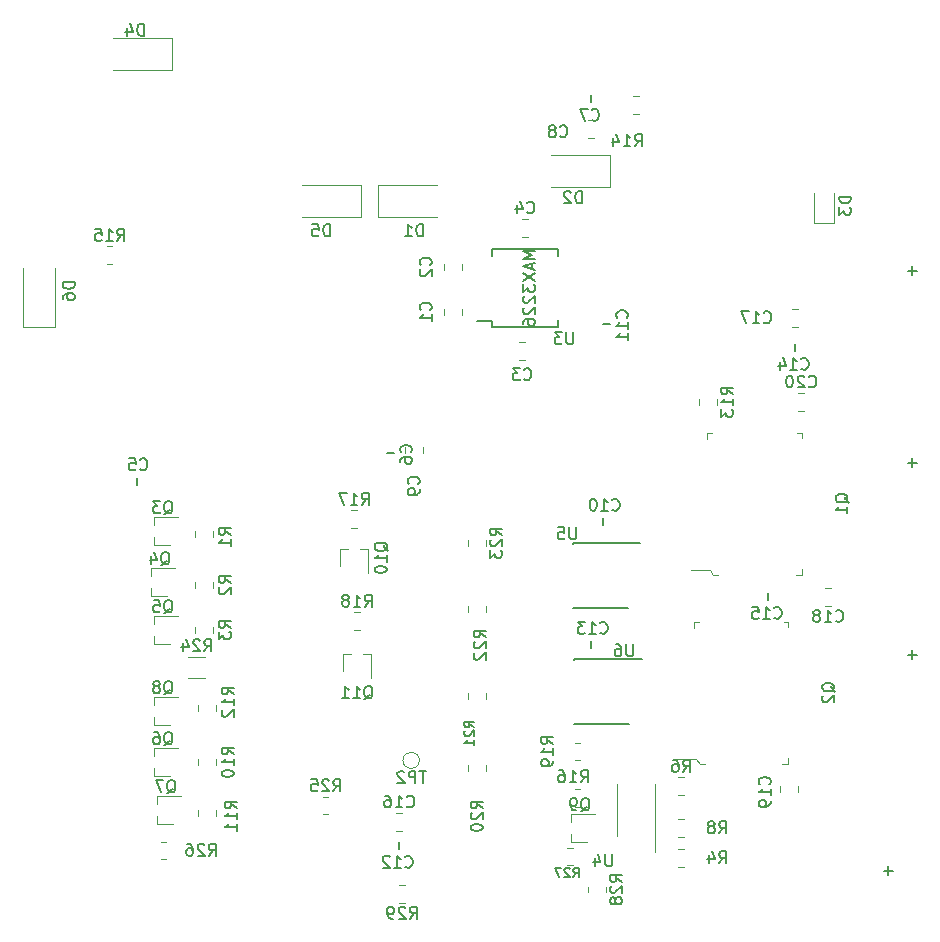
<source format=gbr>
%TF.GenerationSoftware,KiCad,Pcbnew,(5.1.8)-1*%
%TF.CreationDate,2022-01-24T15:12:58-08:00*%
%TF.ProjectId,BLE-33_baseboard,424c452d-3333-45f6-9261-7365626f6172,rev?*%
%TF.SameCoordinates,Original*%
%TF.FileFunction,Legend,Bot*%
%TF.FilePolarity,Positive*%
%FSLAX46Y46*%
G04 Gerber Fmt 4.6, Leading zero omitted, Abs format (unit mm)*
G04 Created by KiCad (PCBNEW (5.1.8)-1) date 2022-01-24 15:12:58*
%MOMM*%
%LPD*%
G01*
G04 APERTURE LIST*
%ADD10C,0.150000*%
%ADD11C,0.200000*%
%ADD12C,0.120000*%
%ADD13C,0.100000*%
G04 APERTURE END LIST*
D10*
X175386952Y-71699428D02*
X174625047Y-71699428D01*
X175006000Y-72080380D02*
X175006000Y-71318476D01*
X175386952Y-87955428D02*
X174625047Y-87955428D01*
X175006000Y-88336380D02*
X175006000Y-87574476D01*
X174625047Y-104211428D02*
X175386952Y-104211428D01*
X175006000Y-104592380D02*
X175006000Y-103830476D01*
X172593047Y-122499428D02*
X173354952Y-122499428D01*
X172974000Y-122880380D02*
X172974000Y-122118476D01*
D11*
%TO.C,C15*%
X162814000Y-99614000D02*
X162814000Y-99014000D01*
%TO.C,C14*%
X165100000Y-78532000D02*
X165100000Y-77932000D01*
%TO.C,C13*%
X147828000Y-103078000D02*
X147828000Y-103678000D01*
%TO.C,C12*%
X131572000Y-120696000D02*
X131572000Y-120096000D01*
%TO.C,C11*%
X149398000Y-76200000D02*
X148798000Y-76200000D01*
%TO.C,C10*%
X148844000Y-92664000D02*
X148844000Y-93264000D01*
%TO.C,C7*%
X147828000Y-57450000D02*
X147828000Y-56850000D01*
%TO.C,C6*%
X131110000Y-87122000D02*
X130510000Y-87122000D01*
%TO.C,C5*%
X109347000Y-89235000D02*
X109347000Y-89835000D01*
D12*
%TO.C,D3*%
X168363000Y-67667000D02*
X166663000Y-67667000D01*
X166663000Y-67667000D02*
X166663000Y-65117000D01*
X168363000Y-67667000D02*
X168363000Y-65117000D01*
%TO.C,R24*%
X115154064Y-106193000D02*
X113699936Y-106193000D01*
X115154064Y-104373000D02*
X113699936Y-104373000D01*
%TO.C,R26*%
X111405936Y-121512000D02*
X111860064Y-121512000D01*
X111405936Y-120042000D02*
X111860064Y-120042000D01*
%TO.C,R22*%
X138911000Y-100557064D02*
X138911000Y-100102936D01*
X137441000Y-100557064D02*
X137441000Y-100102936D01*
%TO.C,R29*%
X131598936Y-125195000D02*
X132053064Y-125195000D01*
X131598936Y-123725000D02*
X132053064Y-123725000D01*
%TO.C,R28*%
X149071000Y-124306064D02*
X149071000Y-123851936D01*
X147601000Y-124306064D02*
X147601000Y-123851936D01*
%TO.C,R27*%
X146277064Y-120550000D02*
X145822936Y-120550000D01*
X146277064Y-122020000D02*
X145822936Y-122020000D01*
%TO.C,R25*%
X125576064Y-116232000D02*
X125121936Y-116232000D01*
X125576064Y-117702000D02*
X125121936Y-117702000D01*
%TO.C,R23*%
X138911000Y-94969064D02*
X138911000Y-94514936D01*
X137441000Y-94969064D02*
X137441000Y-94514936D01*
%TO.C,R21*%
X138911000Y-107923064D02*
X138911000Y-107468936D01*
X137441000Y-107923064D02*
X137441000Y-107468936D01*
%TO.C,R20*%
X138911000Y-114019064D02*
X138911000Y-113564936D01*
X137441000Y-114019064D02*
X137441000Y-113564936D01*
%TO.C,R19*%
X146457936Y-111660000D02*
X146912064Y-111660000D01*
X146457936Y-113130000D02*
X146912064Y-113130000D01*
%TO.C,TP2*%
X133288000Y-113157000D02*
G75*
G03*
X133288000Y-113157000I-700000J0D01*
G01*
%TO.C,Q3*%
X110776000Y-94226000D02*
X110776000Y-94886000D01*
X110776000Y-92566000D02*
X110776000Y-93226000D01*
X110776000Y-92566000D02*
X112806000Y-92566000D01*
X112186000Y-94886000D02*
X110776000Y-94886000D01*
%TO.C,Q11*%
X127516000Y-104172000D02*
X126856000Y-104172000D01*
X129176000Y-104172000D02*
X128516000Y-104172000D01*
X129176000Y-104172000D02*
X129176000Y-106202000D01*
X126856000Y-105582000D02*
X126856000Y-104172000D01*
%TO.C,Q10*%
X127262000Y-95282000D02*
X126602000Y-95282000D01*
X128922000Y-95282000D02*
X128262000Y-95282000D01*
X128922000Y-95282000D02*
X128922000Y-97312000D01*
X126602000Y-96692000D02*
X126602000Y-95282000D01*
%TO.C,Q9*%
X146082000Y-119372000D02*
X146082000Y-120032000D01*
X146082000Y-117712000D02*
X146082000Y-118372000D01*
X146082000Y-117712000D02*
X148112000Y-117712000D01*
X147492000Y-120032000D02*
X146082000Y-120032000D01*
%TO.C,Q8*%
X110776000Y-109466000D02*
X110776000Y-110126000D01*
X110776000Y-107806000D02*
X110776000Y-108466000D01*
X110776000Y-107806000D02*
X112806000Y-107806000D01*
X112186000Y-110126000D02*
X110776000Y-110126000D01*
%TO.C,Q7*%
X111030000Y-117848000D02*
X111030000Y-118508000D01*
X111030000Y-116188000D02*
X111030000Y-116848000D01*
X111030000Y-116188000D02*
X113060000Y-116188000D01*
X112440000Y-118508000D02*
X111030000Y-118508000D01*
%TO.C,Q6*%
X110776000Y-113784000D02*
X110776000Y-114444000D01*
X110776000Y-112124000D02*
X110776000Y-112784000D01*
X110776000Y-112124000D02*
X112806000Y-112124000D01*
X112186000Y-114444000D02*
X110776000Y-114444000D01*
%TO.C,Q5*%
X110776000Y-102608000D02*
X110776000Y-103268000D01*
X110776000Y-100948000D02*
X110776000Y-101608000D01*
X110776000Y-100948000D02*
X112806000Y-100948000D01*
X112186000Y-103268000D02*
X110776000Y-103268000D01*
%TO.C,Q4*%
X110522000Y-98544000D02*
X110522000Y-99204000D01*
X110522000Y-96884000D02*
X110522000Y-97544000D01*
X110522000Y-96884000D02*
X112552000Y-96884000D01*
X111932000Y-99204000D02*
X110522000Y-99204000D01*
%TO.C,R18*%
X128243064Y-100611000D02*
X127788936Y-100611000D01*
X128243064Y-102081000D02*
X127788936Y-102081000D01*
%TO.C,R17*%
X127989064Y-91975000D02*
X127534936Y-91975000D01*
X127989064Y-93445000D02*
X127534936Y-93445000D01*
%TO.C,R3*%
X114327000Y-101880936D02*
X114327000Y-102335064D01*
X115797000Y-101880936D02*
X115797000Y-102335064D01*
%TO.C,R16*%
X146434436Y-117067000D02*
X146888564Y-117067000D01*
X146434436Y-115597000D02*
X146888564Y-115597000D01*
%TO.C,R15*%
X107288064Y-69623000D02*
X106833936Y-69623000D01*
X107288064Y-71093000D02*
X106833936Y-71093000D01*
%TO.C,R14*%
X151865064Y-56923000D02*
X151410936Y-56923000D01*
X151865064Y-58393000D02*
X151410936Y-58393000D01*
%TO.C,R13*%
X158469000Y-83031064D02*
X158469000Y-82576936D01*
X156999000Y-83031064D02*
X156999000Y-82576936D01*
%TO.C,R12*%
X114581000Y-108484936D02*
X114581000Y-108939064D01*
X116051000Y-108484936D02*
X116051000Y-108939064D01*
%TO.C,R11*%
X114581000Y-117374936D02*
X114581000Y-117829064D01*
X116051000Y-117374936D02*
X116051000Y-117829064D01*
%TO.C,R10*%
X114581000Y-113056936D02*
X114581000Y-113511064D01*
X116051000Y-113056936D02*
X116051000Y-113511064D01*
%TO.C,R8*%
X155675064Y-118137000D02*
X155220936Y-118137000D01*
X155675064Y-119607000D02*
X155220936Y-119607000D01*
%TO.C,R6*%
X155675064Y-114581000D02*
X155220936Y-114581000D01*
X155675064Y-116051000D02*
X155220936Y-116051000D01*
%TO.C,R4*%
X155675064Y-120677000D02*
X155220936Y-120677000D01*
X155675064Y-122147000D02*
X155220936Y-122147000D01*
%TO.C,R2*%
X114327000Y-98070936D02*
X114327000Y-98525064D01*
X115797000Y-98070936D02*
X115797000Y-98525064D01*
%TO.C,R1*%
X114327000Y-93752936D02*
X114327000Y-94207064D01*
X115797000Y-93752936D02*
X115797000Y-94207064D01*
%TO.C,C20*%
X165869252Y-82069000D02*
X165346748Y-82069000D01*
X165869252Y-83539000D02*
X165346748Y-83539000D01*
%TO.C,C19*%
X165327000Y-115831252D02*
X165327000Y-115308748D01*
X163857000Y-115831252D02*
X163857000Y-115308748D01*
%TO.C,C18*%
X167632748Y-100049000D02*
X168155252Y-100049000D01*
X167632748Y-98579000D02*
X168155252Y-98579000D01*
%TO.C,C17*%
X165361252Y-74957000D02*
X164838748Y-74957000D01*
X165361252Y-76427000D02*
X164838748Y-76427000D01*
%TO.C,C16*%
X131833252Y-117629000D02*
X131310748Y-117629000D01*
X131833252Y-119099000D02*
X131310748Y-119099000D01*
%TO.C,C9*%
X132107000Y-86606748D02*
X132107000Y-87129252D01*
X133577000Y-86606748D02*
X133577000Y-87129252D01*
%TO.C,C8*%
X148089252Y-58955000D02*
X147566748Y-58955000D01*
X148089252Y-60425000D02*
X147566748Y-60425000D01*
%TO.C,C4*%
X142501252Y-67337000D02*
X141978748Y-67337000D01*
X142501252Y-68807000D02*
X141978748Y-68807000D01*
%TO.C,C3*%
X141724748Y-79221000D02*
X142247252Y-79221000D01*
X141724748Y-77751000D02*
X142247252Y-77751000D01*
%TO.C,C2*%
X136879000Y-71635252D02*
X136879000Y-71112748D01*
X135409000Y-71635252D02*
X135409000Y-71112748D01*
%TO.C,C1*%
X135409000Y-75445252D02*
X135409000Y-74922748D01*
X136879000Y-75445252D02*
X136879000Y-74922748D01*
D10*
%TO.C,U6*%
X151021000Y-110096000D02*
X146371000Y-110096000D01*
X152096000Y-104571000D02*
X146396000Y-104571000D01*
X151021000Y-110096000D02*
X151021000Y-110071000D01*
X146371000Y-110096000D02*
X146371000Y-110071000D01*
X146396000Y-104571000D02*
X146396000Y-104671000D01*
%TO.C,U5*%
X150915000Y-100261000D02*
X146265000Y-100261000D01*
X151990000Y-94736000D02*
X146290000Y-94736000D01*
X150915000Y-100261000D02*
X150915000Y-100236000D01*
X146265000Y-100261000D02*
X146265000Y-100236000D01*
X146290000Y-94736000D02*
X146290000Y-94836000D01*
D12*
%TO.C,U4*%
X153248000Y-117348000D02*
X153248000Y-120948000D01*
X153248000Y-117348000D02*
X153248000Y-115148000D01*
X150028000Y-117348000D02*
X150028000Y-119548000D01*
X150028000Y-117348000D02*
X150028000Y-115148000D01*
D10*
%TO.C,U3*%
X139465000Y-75952000D02*
X138190000Y-75952000D01*
X139465000Y-69877000D02*
X145015000Y-69877000D01*
X139465000Y-76427000D02*
X145015000Y-76427000D01*
X139465000Y-69877000D02*
X139465000Y-70452000D01*
X145015000Y-69877000D02*
X145015000Y-70452000D01*
X145015000Y-76427000D02*
X145015000Y-75852000D01*
X139465000Y-76427000D02*
X139465000Y-75952000D01*
D13*
%TO.C,Q2*%
X164528000Y-101442000D02*
X164128000Y-101442000D01*
X164528000Y-101842000D02*
X164528000Y-101442000D01*
X156528000Y-101442000D02*
X156928000Y-101442000D01*
X156528000Y-101942000D02*
X156528000Y-101442000D01*
X164528000Y-113442000D02*
X164028000Y-113442000D01*
X164528000Y-112942000D02*
X164528000Y-113442000D01*
X156728000Y-113042000D02*
X155128000Y-113042000D01*
X157028000Y-113442000D02*
X156728000Y-113042000D01*
X157428000Y-113442000D02*
X157028000Y-113442000D01*
%TO.C,Q1*%
X165672000Y-85440000D02*
X165272000Y-85440000D01*
X165672000Y-85840000D02*
X165672000Y-85440000D01*
X157672000Y-85440000D02*
X158072000Y-85440000D01*
X157672000Y-85940000D02*
X157672000Y-85440000D01*
X165672000Y-97440000D02*
X165172000Y-97440000D01*
X165672000Y-96940000D02*
X165672000Y-97440000D01*
X157872000Y-97040000D02*
X156272000Y-97040000D01*
X158172000Y-97440000D02*
X157872000Y-97040000D01*
X158572000Y-97440000D02*
X158172000Y-97440000D01*
D12*
%TO.C,D6*%
X102452000Y-76486000D02*
X102452000Y-71506000D01*
X99732000Y-76486000D02*
X99732000Y-71506000D01*
X102452000Y-76486000D02*
X99732000Y-76486000D01*
%TO.C,D5*%
X128302000Y-64426000D02*
X123322000Y-64426000D01*
X128302000Y-67146000D02*
X123322000Y-67146000D01*
X128302000Y-64426000D02*
X128302000Y-67146000D01*
%TO.C,D4*%
X112300000Y-51980000D02*
X107320000Y-51980000D01*
X112300000Y-54700000D02*
X107320000Y-54700000D01*
X112300000Y-51980000D02*
X112300000Y-54700000D01*
%TO.C,D2*%
X149384000Y-61886000D02*
X144404000Y-61886000D01*
X149384000Y-64606000D02*
X144404000Y-64606000D01*
X149384000Y-61886000D02*
X149384000Y-64606000D01*
%TO.C,D1*%
X129762000Y-67146000D02*
X134742000Y-67146000D01*
X129762000Y-64426000D02*
X134742000Y-64426000D01*
X129762000Y-67146000D02*
X129762000Y-64426000D01*
%TO.C,C15*%
D10*
X163329857Y-101065602D02*
X163377476Y-101113221D01*
X163520333Y-101160840D01*
X163615571Y-101160840D01*
X163758428Y-101113221D01*
X163853666Y-101017983D01*
X163901285Y-100922745D01*
X163948904Y-100732269D01*
X163948904Y-100589412D01*
X163901285Y-100398936D01*
X163853666Y-100303698D01*
X163758428Y-100208460D01*
X163615571Y-100160840D01*
X163520333Y-100160840D01*
X163377476Y-100208460D01*
X163329857Y-100256079D01*
X162377476Y-101160840D02*
X162948904Y-101160840D01*
X162663190Y-101160840D02*
X162663190Y-100160840D01*
X162758428Y-100303698D01*
X162853666Y-100398936D01*
X162948904Y-100446555D01*
X161472714Y-100160840D02*
X161948904Y-100160840D01*
X161996523Y-100637031D01*
X161948904Y-100589412D01*
X161853666Y-100541793D01*
X161615571Y-100541793D01*
X161520333Y-100589412D01*
X161472714Y-100637031D01*
X161425095Y-100732269D01*
X161425095Y-100970364D01*
X161472714Y-101065602D01*
X161520333Y-101113221D01*
X161615571Y-101160840D01*
X161853666Y-101160840D01*
X161948904Y-101113221D01*
X161996523Y-101065602D01*
%TO.C,C14*%
X165615857Y-79983602D02*
X165663476Y-80031221D01*
X165806333Y-80078840D01*
X165901571Y-80078840D01*
X166044428Y-80031221D01*
X166139666Y-79935983D01*
X166187285Y-79840745D01*
X166234904Y-79650269D01*
X166234904Y-79507412D01*
X166187285Y-79316936D01*
X166139666Y-79221698D01*
X166044428Y-79126460D01*
X165901571Y-79078840D01*
X165806333Y-79078840D01*
X165663476Y-79126460D01*
X165615857Y-79174079D01*
X164663476Y-80078840D02*
X165234904Y-80078840D01*
X164949190Y-80078840D02*
X164949190Y-79078840D01*
X165044428Y-79221698D01*
X165139666Y-79316936D01*
X165234904Y-79364555D01*
X163806333Y-79412174D02*
X163806333Y-80078840D01*
X164044428Y-79031221D02*
X164282523Y-79745507D01*
X163663476Y-79745507D01*
%TO.C,C13*%
X148597857Y-102340682D02*
X148645476Y-102388301D01*
X148788333Y-102435920D01*
X148883571Y-102435920D01*
X149026428Y-102388301D01*
X149121666Y-102293063D01*
X149169285Y-102197825D01*
X149216904Y-102007349D01*
X149216904Y-101864492D01*
X149169285Y-101674016D01*
X149121666Y-101578778D01*
X149026428Y-101483540D01*
X148883571Y-101435920D01*
X148788333Y-101435920D01*
X148645476Y-101483540D01*
X148597857Y-101531159D01*
X147645476Y-102435920D02*
X148216904Y-102435920D01*
X147931190Y-102435920D02*
X147931190Y-101435920D01*
X148026428Y-101578778D01*
X148121666Y-101674016D01*
X148216904Y-101721635D01*
X147312142Y-101435920D02*
X146693095Y-101435920D01*
X147026428Y-101816873D01*
X146883571Y-101816873D01*
X146788333Y-101864492D01*
X146740714Y-101912111D01*
X146693095Y-102007349D01*
X146693095Y-102245444D01*
X146740714Y-102340682D01*
X146788333Y-102388301D01*
X146883571Y-102435920D01*
X147169285Y-102435920D01*
X147264523Y-102388301D01*
X147312142Y-102340682D01*
%TO.C,C12*%
X132087857Y-122147602D02*
X132135476Y-122195221D01*
X132278333Y-122242840D01*
X132373571Y-122242840D01*
X132516428Y-122195221D01*
X132611666Y-122099983D01*
X132659285Y-122004745D01*
X132706904Y-121814269D01*
X132706904Y-121671412D01*
X132659285Y-121480936D01*
X132611666Y-121385698D01*
X132516428Y-121290460D01*
X132373571Y-121242840D01*
X132278333Y-121242840D01*
X132135476Y-121290460D01*
X132087857Y-121338079D01*
X131135476Y-122242840D02*
X131706904Y-122242840D01*
X131421190Y-122242840D02*
X131421190Y-121242840D01*
X131516428Y-121385698D01*
X131611666Y-121480936D01*
X131706904Y-121528555D01*
X130754523Y-121338079D02*
X130706904Y-121290460D01*
X130611666Y-121242840D01*
X130373571Y-121242840D01*
X130278333Y-121290460D01*
X130230714Y-121338079D01*
X130183095Y-121433317D01*
X130183095Y-121528555D01*
X130230714Y-121671412D01*
X130802142Y-122242840D01*
X130183095Y-122242840D01*
%TO.C,C11*%
X150849602Y-75684142D02*
X150897221Y-75636523D01*
X150944840Y-75493666D01*
X150944840Y-75398428D01*
X150897221Y-75255571D01*
X150801983Y-75160333D01*
X150706745Y-75112714D01*
X150516269Y-75065095D01*
X150373412Y-75065095D01*
X150182936Y-75112714D01*
X150087698Y-75160333D01*
X149992460Y-75255571D01*
X149944840Y-75398428D01*
X149944840Y-75493666D01*
X149992460Y-75636523D01*
X150040079Y-75684142D01*
X150944840Y-76636523D02*
X150944840Y-76065095D01*
X150944840Y-76350809D02*
X149944840Y-76350809D01*
X150087698Y-76255571D01*
X150182936Y-76160333D01*
X150230555Y-76065095D01*
X150944840Y-77588904D02*
X150944840Y-77017476D01*
X150944840Y-77303190D02*
X149944840Y-77303190D01*
X150087698Y-77207952D01*
X150182936Y-77112714D01*
X150230555Y-77017476D01*
%TO.C,C10*%
X149613857Y-91926682D02*
X149661476Y-91974301D01*
X149804333Y-92021920D01*
X149899571Y-92021920D01*
X150042428Y-91974301D01*
X150137666Y-91879063D01*
X150185285Y-91783825D01*
X150232904Y-91593349D01*
X150232904Y-91450492D01*
X150185285Y-91260016D01*
X150137666Y-91164778D01*
X150042428Y-91069540D01*
X149899571Y-91021920D01*
X149804333Y-91021920D01*
X149661476Y-91069540D01*
X149613857Y-91117159D01*
X148661476Y-92021920D02*
X149232904Y-92021920D01*
X148947190Y-92021920D02*
X148947190Y-91021920D01*
X149042428Y-91164778D01*
X149137666Y-91260016D01*
X149232904Y-91307635D01*
X148042428Y-91021920D02*
X147947190Y-91021920D01*
X147851952Y-91069540D01*
X147804333Y-91117159D01*
X147756714Y-91212397D01*
X147709095Y-91402873D01*
X147709095Y-91640968D01*
X147756714Y-91831444D01*
X147804333Y-91926682D01*
X147851952Y-91974301D01*
X147947190Y-92021920D01*
X148042428Y-92021920D01*
X148137666Y-91974301D01*
X148185285Y-91926682D01*
X148232904Y-91831444D01*
X148280523Y-91640968D01*
X148280523Y-91402873D01*
X148232904Y-91212397D01*
X148185285Y-91117159D01*
X148137666Y-91069540D01*
X148042428Y-91021920D01*
%TO.C,C7*%
X147867666Y-58901602D02*
X147915285Y-58949221D01*
X148058142Y-58996840D01*
X148153380Y-58996840D01*
X148296238Y-58949221D01*
X148391476Y-58853983D01*
X148439095Y-58758745D01*
X148486714Y-58568269D01*
X148486714Y-58425412D01*
X148439095Y-58234936D01*
X148391476Y-58139698D01*
X148296238Y-58044460D01*
X148153380Y-57996840D01*
X148058142Y-57996840D01*
X147915285Y-58044460D01*
X147867666Y-58092079D01*
X147534333Y-57996840D02*
X146867666Y-57996840D01*
X147296238Y-58996840D01*
%TO.C,C6*%
X132561602Y-87082333D02*
X132609221Y-87034714D01*
X132656840Y-86891857D01*
X132656840Y-86796619D01*
X132609221Y-86653761D01*
X132513983Y-86558523D01*
X132418745Y-86510904D01*
X132228269Y-86463285D01*
X132085412Y-86463285D01*
X131894936Y-86510904D01*
X131799698Y-86558523D01*
X131704460Y-86653761D01*
X131656840Y-86796619D01*
X131656840Y-86891857D01*
X131704460Y-87034714D01*
X131752079Y-87082333D01*
X131656840Y-87939476D02*
X131656840Y-87749000D01*
X131704460Y-87653761D01*
X131752079Y-87606142D01*
X131894936Y-87510904D01*
X132085412Y-87463285D01*
X132466364Y-87463285D01*
X132561602Y-87510904D01*
X132609221Y-87558523D01*
X132656840Y-87653761D01*
X132656840Y-87844238D01*
X132609221Y-87939476D01*
X132561602Y-87987095D01*
X132466364Y-88034714D01*
X132228269Y-88034714D01*
X132133031Y-87987095D01*
X132085412Y-87939476D01*
X132037793Y-87844238D01*
X132037793Y-87653761D01*
X132085412Y-87558523D01*
X132133031Y-87510904D01*
X132228269Y-87463285D01*
%TO.C,C5*%
X109640666Y-88497682D02*
X109688285Y-88545301D01*
X109831142Y-88592920D01*
X109926380Y-88592920D01*
X110069238Y-88545301D01*
X110164476Y-88450063D01*
X110212095Y-88354825D01*
X110259714Y-88164349D01*
X110259714Y-88021492D01*
X110212095Y-87831016D01*
X110164476Y-87735778D01*
X110069238Y-87640540D01*
X109926380Y-87592920D01*
X109831142Y-87592920D01*
X109688285Y-87640540D01*
X109640666Y-87688159D01*
X108735904Y-87592920D02*
X109212095Y-87592920D01*
X109259714Y-88069111D01*
X109212095Y-88021492D01*
X109116857Y-87973873D01*
X108878761Y-87973873D01*
X108783523Y-88021492D01*
X108735904Y-88069111D01*
X108688285Y-88164349D01*
X108688285Y-88402444D01*
X108735904Y-88497682D01*
X108783523Y-88545301D01*
X108878761Y-88592920D01*
X109116857Y-88592920D01*
X109212095Y-88545301D01*
X109259714Y-88497682D01*
%TO.C,D3*%
X169815380Y-65428904D02*
X168815380Y-65428904D01*
X168815380Y-65667000D01*
X168863000Y-65809857D01*
X168958238Y-65905095D01*
X169053476Y-65952714D01*
X169243952Y-66000333D01*
X169386809Y-66000333D01*
X169577285Y-65952714D01*
X169672523Y-65905095D01*
X169767761Y-65809857D01*
X169815380Y-65667000D01*
X169815380Y-65428904D01*
X168815380Y-66333666D02*
X168815380Y-66952714D01*
X169196333Y-66619380D01*
X169196333Y-66762238D01*
X169243952Y-66857476D01*
X169291571Y-66905095D01*
X169386809Y-66952714D01*
X169624904Y-66952714D01*
X169720142Y-66905095D01*
X169767761Y-66857476D01*
X169815380Y-66762238D01*
X169815380Y-66476523D01*
X169767761Y-66381285D01*
X169720142Y-66333666D01*
%TO.C,R24*%
X115069857Y-103915380D02*
X115403190Y-103439190D01*
X115641285Y-103915380D02*
X115641285Y-102915380D01*
X115260333Y-102915380D01*
X115165095Y-102963000D01*
X115117476Y-103010619D01*
X115069857Y-103105857D01*
X115069857Y-103248714D01*
X115117476Y-103343952D01*
X115165095Y-103391571D01*
X115260333Y-103439190D01*
X115641285Y-103439190D01*
X114688904Y-103010619D02*
X114641285Y-102963000D01*
X114546047Y-102915380D01*
X114307952Y-102915380D01*
X114212714Y-102963000D01*
X114165095Y-103010619D01*
X114117476Y-103105857D01*
X114117476Y-103201095D01*
X114165095Y-103343952D01*
X114736523Y-103915380D01*
X114117476Y-103915380D01*
X113260333Y-103248714D02*
X113260333Y-103915380D01*
X113498428Y-102867761D02*
X113736523Y-103582047D01*
X113117476Y-103582047D01*
%TO.C,R26*%
X115450857Y-121229380D02*
X115784190Y-120753190D01*
X116022285Y-121229380D02*
X116022285Y-120229380D01*
X115641333Y-120229380D01*
X115546095Y-120277000D01*
X115498476Y-120324619D01*
X115450857Y-120419857D01*
X115450857Y-120562714D01*
X115498476Y-120657952D01*
X115546095Y-120705571D01*
X115641333Y-120753190D01*
X116022285Y-120753190D01*
X115069904Y-120324619D02*
X115022285Y-120277000D01*
X114927047Y-120229380D01*
X114688952Y-120229380D01*
X114593714Y-120277000D01*
X114546095Y-120324619D01*
X114498476Y-120419857D01*
X114498476Y-120515095D01*
X114546095Y-120657952D01*
X115117523Y-121229380D01*
X114498476Y-121229380D01*
X113641333Y-120229380D02*
X113831809Y-120229380D01*
X113927047Y-120277000D01*
X113974666Y-120324619D01*
X114069904Y-120467476D01*
X114117523Y-120657952D01*
X114117523Y-121038904D01*
X114069904Y-121134142D01*
X114022285Y-121181761D01*
X113927047Y-121229380D01*
X113736571Y-121229380D01*
X113641333Y-121181761D01*
X113593714Y-121134142D01*
X113546095Y-121038904D01*
X113546095Y-120800809D01*
X113593714Y-120705571D01*
X113641333Y-120657952D01*
X113736571Y-120610333D01*
X113927047Y-120610333D01*
X114022285Y-120657952D01*
X114069904Y-120705571D01*
X114117523Y-120800809D01*
%TO.C,R22*%
X138882380Y-102735142D02*
X138406190Y-102401809D01*
X138882380Y-102163714D02*
X137882380Y-102163714D01*
X137882380Y-102544666D01*
X137930000Y-102639904D01*
X137977619Y-102687523D01*
X138072857Y-102735142D01*
X138215714Y-102735142D01*
X138310952Y-102687523D01*
X138358571Y-102639904D01*
X138406190Y-102544666D01*
X138406190Y-102163714D01*
X137977619Y-103116095D02*
X137930000Y-103163714D01*
X137882380Y-103258952D01*
X137882380Y-103497047D01*
X137930000Y-103592285D01*
X137977619Y-103639904D01*
X138072857Y-103687523D01*
X138168095Y-103687523D01*
X138310952Y-103639904D01*
X138882380Y-103068476D01*
X138882380Y-103687523D01*
X137977619Y-104068476D02*
X137930000Y-104116095D01*
X137882380Y-104211333D01*
X137882380Y-104449428D01*
X137930000Y-104544666D01*
X137977619Y-104592285D01*
X138072857Y-104639904D01*
X138168095Y-104639904D01*
X138310952Y-104592285D01*
X138882380Y-104020857D01*
X138882380Y-104639904D01*
%TO.C,R29*%
X132468857Y-126562380D02*
X132802190Y-126086190D01*
X133040285Y-126562380D02*
X133040285Y-125562380D01*
X132659333Y-125562380D01*
X132564095Y-125610000D01*
X132516476Y-125657619D01*
X132468857Y-125752857D01*
X132468857Y-125895714D01*
X132516476Y-125990952D01*
X132564095Y-126038571D01*
X132659333Y-126086190D01*
X133040285Y-126086190D01*
X132087904Y-125657619D02*
X132040285Y-125610000D01*
X131945047Y-125562380D01*
X131706952Y-125562380D01*
X131611714Y-125610000D01*
X131564095Y-125657619D01*
X131516476Y-125752857D01*
X131516476Y-125848095D01*
X131564095Y-125990952D01*
X132135523Y-126562380D01*
X131516476Y-126562380D01*
X131040285Y-126562380D02*
X130849809Y-126562380D01*
X130754571Y-126514761D01*
X130706952Y-126467142D01*
X130611714Y-126324285D01*
X130564095Y-126133809D01*
X130564095Y-125752857D01*
X130611714Y-125657619D01*
X130659333Y-125610000D01*
X130754571Y-125562380D01*
X130945047Y-125562380D01*
X131040285Y-125610000D01*
X131087904Y-125657619D01*
X131135523Y-125752857D01*
X131135523Y-125990952D01*
X131087904Y-126086190D01*
X131040285Y-126133809D01*
X130945047Y-126181428D01*
X130754571Y-126181428D01*
X130659333Y-126133809D01*
X130611714Y-126086190D01*
X130564095Y-125990952D01*
%TO.C,R28*%
X150438380Y-123436142D02*
X149962190Y-123102809D01*
X150438380Y-122864714D02*
X149438380Y-122864714D01*
X149438380Y-123245666D01*
X149486000Y-123340904D01*
X149533619Y-123388523D01*
X149628857Y-123436142D01*
X149771714Y-123436142D01*
X149866952Y-123388523D01*
X149914571Y-123340904D01*
X149962190Y-123245666D01*
X149962190Y-122864714D01*
X149533619Y-123817095D02*
X149486000Y-123864714D01*
X149438380Y-123959952D01*
X149438380Y-124198047D01*
X149486000Y-124293285D01*
X149533619Y-124340904D01*
X149628857Y-124388523D01*
X149724095Y-124388523D01*
X149866952Y-124340904D01*
X150438380Y-123769476D01*
X150438380Y-124388523D01*
X149866952Y-124959952D02*
X149819333Y-124864714D01*
X149771714Y-124817095D01*
X149676476Y-124769476D01*
X149628857Y-124769476D01*
X149533619Y-124817095D01*
X149486000Y-124864714D01*
X149438380Y-124959952D01*
X149438380Y-125150428D01*
X149486000Y-125245666D01*
X149533619Y-125293285D01*
X149628857Y-125340904D01*
X149676476Y-125340904D01*
X149771714Y-125293285D01*
X149819333Y-125245666D01*
X149866952Y-125150428D01*
X149866952Y-124959952D01*
X149914571Y-124864714D01*
X149962190Y-124817095D01*
X150057428Y-124769476D01*
X150247904Y-124769476D01*
X150343142Y-124817095D01*
X150390761Y-124864714D01*
X150438380Y-124959952D01*
X150438380Y-125150428D01*
X150390761Y-125245666D01*
X150343142Y-125293285D01*
X150247904Y-125340904D01*
X150057428Y-125340904D01*
X149962190Y-125293285D01*
X149914571Y-125245666D01*
X149866952Y-125150428D01*
%TO.C,R27*%
X146310285Y-123043904D02*
X146576952Y-122662952D01*
X146767428Y-123043904D02*
X146767428Y-122243904D01*
X146462666Y-122243904D01*
X146386476Y-122282000D01*
X146348380Y-122320095D01*
X146310285Y-122396285D01*
X146310285Y-122510571D01*
X146348380Y-122586761D01*
X146386476Y-122624857D01*
X146462666Y-122662952D01*
X146767428Y-122662952D01*
X146005523Y-122320095D02*
X145967428Y-122282000D01*
X145891238Y-122243904D01*
X145700761Y-122243904D01*
X145624571Y-122282000D01*
X145586476Y-122320095D01*
X145548380Y-122396285D01*
X145548380Y-122472476D01*
X145586476Y-122586761D01*
X146043619Y-123043904D01*
X145548380Y-123043904D01*
X145281714Y-122243904D02*
X144748380Y-122243904D01*
X145091238Y-123043904D01*
%TO.C,R25*%
X125991857Y-115769380D02*
X126325190Y-115293190D01*
X126563285Y-115769380D02*
X126563285Y-114769380D01*
X126182333Y-114769380D01*
X126087095Y-114817000D01*
X126039476Y-114864619D01*
X125991857Y-114959857D01*
X125991857Y-115102714D01*
X126039476Y-115197952D01*
X126087095Y-115245571D01*
X126182333Y-115293190D01*
X126563285Y-115293190D01*
X125610904Y-114864619D02*
X125563285Y-114817000D01*
X125468047Y-114769380D01*
X125229952Y-114769380D01*
X125134714Y-114817000D01*
X125087095Y-114864619D01*
X125039476Y-114959857D01*
X125039476Y-115055095D01*
X125087095Y-115197952D01*
X125658523Y-115769380D01*
X125039476Y-115769380D01*
X124134714Y-114769380D02*
X124610904Y-114769380D01*
X124658523Y-115245571D01*
X124610904Y-115197952D01*
X124515666Y-115150333D01*
X124277571Y-115150333D01*
X124182333Y-115197952D01*
X124134714Y-115245571D01*
X124087095Y-115340809D01*
X124087095Y-115578904D01*
X124134714Y-115674142D01*
X124182333Y-115721761D01*
X124277571Y-115769380D01*
X124515666Y-115769380D01*
X124610904Y-115721761D01*
X124658523Y-115674142D01*
%TO.C,R23*%
X140278380Y-94099142D02*
X139802190Y-93765809D01*
X140278380Y-93527714D02*
X139278380Y-93527714D01*
X139278380Y-93908666D01*
X139326000Y-94003904D01*
X139373619Y-94051523D01*
X139468857Y-94099142D01*
X139611714Y-94099142D01*
X139706952Y-94051523D01*
X139754571Y-94003904D01*
X139802190Y-93908666D01*
X139802190Y-93527714D01*
X139373619Y-94480095D02*
X139326000Y-94527714D01*
X139278380Y-94622952D01*
X139278380Y-94861047D01*
X139326000Y-94956285D01*
X139373619Y-95003904D01*
X139468857Y-95051523D01*
X139564095Y-95051523D01*
X139706952Y-95003904D01*
X140278380Y-94432476D01*
X140278380Y-95051523D01*
X139278380Y-95384857D02*
X139278380Y-96003904D01*
X139659333Y-95670571D01*
X139659333Y-95813428D01*
X139706952Y-95908666D01*
X139754571Y-95956285D01*
X139849809Y-96003904D01*
X140087904Y-96003904D01*
X140183142Y-95956285D01*
X140230761Y-95908666D01*
X140278380Y-95813428D01*
X140278380Y-95527714D01*
X140230761Y-95432476D01*
X140183142Y-95384857D01*
%TO.C,R21*%
X137902904Y-110356714D02*
X137521952Y-110090047D01*
X137902904Y-109899571D02*
X137102904Y-109899571D01*
X137102904Y-110204333D01*
X137141000Y-110280523D01*
X137179095Y-110318619D01*
X137255285Y-110356714D01*
X137369571Y-110356714D01*
X137445761Y-110318619D01*
X137483857Y-110280523D01*
X137521952Y-110204333D01*
X137521952Y-109899571D01*
X137179095Y-110661476D02*
X137141000Y-110699571D01*
X137102904Y-110775761D01*
X137102904Y-110966238D01*
X137141000Y-111042428D01*
X137179095Y-111080523D01*
X137255285Y-111118619D01*
X137331476Y-111118619D01*
X137445761Y-111080523D01*
X137902904Y-110623380D01*
X137902904Y-111118619D01*
X137902904Y-111880523D02*
X137902904Y-111423380D01*
X137902904Y-111651952D02*
X137102904Y-111651952D01*
X137217190Y-111575761D01*
X137293380Y-111499571D01*
X137331476Y-111423380D01*
%TO.C,R20*%
X138628380Y-117213142D02*
X138152190Y-116879809D01*
X138628380Y-116641714D02*
X137628380Y-116641714D01*
X137628380Y-117022666D01*
X137676000Y-117117904D01*
X137723619Y-117165523D01*
X137818857Y-117213142D01*
X137961714Y-117213142D01*
X138056952Y-117165523D01*
X138104571Y-117117904D01*
X138152190Y-117022666D01*
X138152190Y-116641714D01*
X137723619Y-117594095D02*
X137676000Y-117641714D01*
X137628380Y-117736952D01*
X137628380Y-117975047D01*
X137676000Y-118070285D01*
X137723619Y-118117904D01*
X137818857Y-118165523D01*
X137914095Y-118165523D01*
X138056952Y-118117904D01*
X138628380Y-117546476D01*
X138628380Y-118165523D01*
X137628380Y-118784571D02*
X137628380Y-118879809D01*
X137676000Y-118975047D01*
X137723619Y-119022666D01*
X137818857Y-119070285D01*
X138009333Y-119117904D01*
X138247428Y-119117904D01*
X138437904Y-119070285D01*
X138533142Y-119022666D01*
X138580761Y-118975047D01*
X138628380Y-118879809D01*
X138628380Y-118784571D01*
X138580761Y-118689333D01*
X138533142Y-118641714D01*
X138437904Y-118594095D01*
X138247428Y-118546476D01*
X138009333Y-118546476D01*
X137818857Y-118594095D01*
X137723619Y-118641714D01*
X137676000Y-118689333D01*
X137628380Y-118784571D01*
%TO.C,R19*%
X144597380Y-111752142D02*
X144121190Y-111418809D01*
X144597380Y-111180714D02*
X143597380Y-111180714D01*
X143597380Y-111561666D01*
X143645000Y-111656904D01*
X143692619Y-111704523D01*
X143787857Y-111752142D01*
X143930714Y-111752142D01*
X144025952Y-111704523D01*
X144073571Y-111656904D01*
X144121190Y-111561666D01*
X144121190Y-111180714D01*
X144597380Y-112704523D02*
X144597380Y-112133095D01*
X144597380Y-112418809D02*
X143597380Y-112418809D01*
X143740238Y-112323571D01*
X143835476Y-112228333D01*
X143883095Y-112133095D01*
X144597380Y-113180714D02*
X144597380Y-113371190D01*
X144549761Y-113466428D01*
X144502142Y-113514047D01*
X144359285Y-113609285D01*
X144168809Y-113656904D01*
X143787857Y-113656904D01*
X143692619Y-113609285D01*
X143645000Y-113561666D01*
X143597380Y-113466428D01*
X143597380Y-113275952D01*
X143645000Y-113180714D01*
X143692619Y-113133095D01*
X143787857Y-113085476D01*
X144025952Y-113085476D01*
X144121190Y-113133095D01*
X144168809Y-113180714D01*
X144216428Y-113275952D01*
X144216428Y-113466428D01*
X144168809Y-113561666D01*
X144121190Y-113609285D01*
X144025952Y-113656904D01*
%TO.C,TP2*%
X133849904Y-114057380D02*
X133278476Y-114057380D01*
X133564190Y-115057380D02*
X133564190Y-114057380D01*
X132945142Y-115057380D02*
X132945142Y-114057380D01*
X132564190Y-114057380D01*
X132468952Y-114105000D01*
X132421333Y-114152619D01*
X132373714Y-114247857D01*
X132373714Y-114390714D01*
X132421333Y-114485952D01*
X132468952Y-114533571D01*
X132564190Y-114581190D01*
X132945142Y-114581190D01*
X131992761Y-114152619D02*
X131945142Y-114105000D01*
X131849904Y-114057380D01*
X131611809Y-114057380D01*
X131516571Y-114105000D01*
X131468952Y-114152619D01*
X131421333Y-114247857D01*
X131421333Y-114343095D01*
X131468952Y-114485952D01*
X132040380Y-115057380D01*
X131421333Y-115057380D01*
%TO.C,Q3*%
X111651238Y-92323619D02*
X111746476Y-92276000D01*
X111841714Y-92180761D01*
X111984571Y-92037904D01*
X112079809Y-91990285D01*
X112175047Y-91990285D01*
X112127428Y-92228380D02*
X112222666Y-92180761D01*
X112317904Y-92085523D01*
X112365523Y-91895047D01*
X112365523Y-91561714D01*
X112317904Y-91371238D01*
X112222666Y-91276000D01*
X112127428Y-91228380D01*
X111936952Y-91228380D01*
X111841714Y-91276000D01*
X111746476Y-91371238D01*
X111698857Y-91561714D01*
X111698857Y-91895047D01*
X111746476Y-92085523D01*
X111841714Y-92180761D01*
X111936952Y-92228380D01*
X112127428Y-92228380D01*
X111365523Y-91228380D02*
X110746476Y-91228380D01*
X111079809Y-91609333D01*
X110936952Y-91609333D01*
X110841714Y-91656952D01*
X110794095Y-91704571D01*
X110746476Y-91799809D01*
X110746476Y-92037904D01*
X110794095Y-92133142D01*
X110841714Y-92180761D01*
X110936952Y-92228380D01*
X111222666Y-92228380D01*
X111317904Y-92180761D01*
X111365523Y-92133142D01*
%TO.C,Q11*%
X128587428Y-107989619D02*
X128682666Y-107942000D01*
X128777904Y-107846761D01*
X128920761Y-107703904D01*
X129016000Y-107656285D01*
X129111238Y-107656285D01*
X129063619Y-107894380D02*
X129158857Y-107846761D01*
X129254095Y-107751523D01*
X129301714Y-107561047D01*
X129301714Y-107227714D01*
X129254095Y-107037238D01*
X129158857Y-106942000D01*
X129063619Y-106894380D01*
X128873142Y-106894380D01*
X128777904Y-106942000D01*
X128682666Y-107037238D01*
X128635047Y-107227714D01*
X128635047Y-107561047D01*
X128682666Y-107751523D01*
X128777904Y-107846761D01*
X128873142Y-107894380D01*
X129063619Y-107894380D01*
X127682666Y-107894380D02*
X128254095Y-107894380D01*
X127968380Y-107894380D02*
X127968380Y-106894380D01*
X128063619Y-107037238D01*
X128158857Y-107132476D01*
X128254095Y-107180095D01*
X126730285Y-107894380D02*
X127301714Y-107894380D01*
X127016000Y-107894380D02*
X127016000Y-106894380D01*
X127111238Y-107037238D01*
X127206476Y-107132476D01*
X127301714Y-107180095D01*
%TO.C,Q10*%
X130595619Y-95440571D02*
X130548000Y-95345333D01*
X130452761Y-95250095D01*
X130309904Y-95107238D01*
X130262285Y-95012000D01*
X130262285Y-94916761D01*
X130500380Y-94964380D02*
X130452761Y-94869142D01*
X130357523Y-94773904D01*
X130167047Y-94726285D01*
X129833714Y-94726285D01*
X129643238Y-94773904D01*
X129548000Y-94869142D01*
X129500380Y-94964380D01*
X129500380Y-95154857D01*
X129548000Y-95250095D01*
X129643238Y-95345333D01*
X129833714Y-95392952D01*
X130167047Y-95392952D01*
X130357523Y-95345333D01*
X130452761Y-95250095D01*
X130500380Y-95154857D01*
X130500380Y-94964380D01*
X130500380Y-96345333D02*
X130500380Y-95773904D01*
X130500380Y-96059619D02*
X129500380Y-96059619D01*
X129643238Y-95964380D01*
X129738476Y-95869142D01*
X129786095Y-95773904D01*
X129500380Y-96964380D02*
X129500380Y-97059619D01*
X129548000Y-97154857D01*
X129595619Y-97202476D01*
X129690857Y-97250095D01*
X129881333Y-97297714D01*
X130119428Y-97297714D01*
X130309904Y-97250095D01*
X130405142Y-97202476D01*
X130452761Y-97154857D01*
X130500380Y-97059619D01*
X130500380Y-96964380D01*
X130452761Y-96869142D01*
X130405142Y-96821523D01*
X130309904Y-96773904D01*
X130119428Y-96726285D01*
X129881333Y-96726285D01*
X129690857Y-96773904D01*
X129595619Y-96821523D01*
X129548000Y-96869142D01*
X129500380Y-96964380D01*
%TO.C,Q9*%
X146957238Y-117469619D02*
X147052476Y-117422000D01*
X147147714Y-117326761D01*
X147290571Y-117183904D01*
X147385809Y-117136285D01*
X147481047Y-117136285D01*
X147433428Y-117374380D02*
X147528666Y-117326761D01*
X147623904Y-117231523D01*
X147671523Y-117041047D01*
X147671523Y-116707714D01*
X147623904Y-116517238D01*
X147528666Y-116422000D01*
X147433428Y-116374380D01*
X147242952Y-116374380D01*
X147147714Y-116422000D01*
X147052476Y-116517238D01*
X147004857Y-116707714D01*
X147004857Y-117041047D01*
X147052476Y-117231523D01*
X147147714Y-117326761D01*
X147242952Y-117374380D01*
X147433428Y-117374380D01*
X146528666Y-117374380D02*
X146338190Y-117374380D01*
X146242952Y-117326761D01*
X146195333Y-117279142D01*
X146100095Y-117136285D01*
X146052476Y-116945809D01*
X146052476Y-116564857D01*
X146100095Y-116469619D01*
X146147714Y-116422000D01*
X146242952Y-116374380D01*
X146433428Y-116374380D01*
X146528666Y-116422000D01*
X146576285Y-116469619D01*
X146623904Y-116564857D01*
X146623904Y-116802952D01*
X146576285Y-116898190D01*
X146528666Y-116945809D01*
X146433428Y-116993428D01*
X146242952Y-116993428D01*
X146147714Y-116945809D01*
X146100095Y-116898190D01*
X146052476Y-116802952D01*
%TO.C,Q8*%
X111651238Y-107563619D02*
X111746476Y-107516000D01*
X111841714Y-107420761D01*
X111984571Y-107277904D01*
X112079809Y-107230285D01*
X112175047Y-107230285D01*
X112127428Y-107468380D02*
X112222666Y-107420761D01*
X112317904Y-107325523D01*
X112365523Y-107135047D01*
X112365523Y-106801714D01*
X112317904Y-106611238D01*
X112222666Y-106516000D01*
X112127428Y-106468380D01*
X111936952Y-106468380D01*
X111841714Y-106516000D01*
X111746476Y-106611238D01*
X111698857Y-106801714D01*
X111698857Y-107135047D01*
X111746476Y-107325523D01*
X111841714Y-107420761D01*
X111936952Y-107468380D01*
X112127428Y-107468380D01*
X111127428Y-106896952D02*
X111222666Y-106849333D01*
X111270285Y-106801714D01*
X111317904Y-106706476D01*
X111317904Y-106658857D01*
X111270285Y-106563619D01*
X111222666Y-106516000D01*
X111127428Y-106468380D01*
X110936952Y-106468380D01*
X110841714Y-106516000D01*
X110794095Y-106563619D01*
X110746476Y-106658857D01*
X110746476Y-106706476D01*
X110794095Y-106801714D01*
X110841714Y-106849333D01*
X110936952Y-106896952D01*
X111127428Y-106896952D01*
X111222666Y-106944571D01*
X111270285Y-106992190D01*
X111317904Y-107087428D01*
X111317904Y-107277904D01*
X111270285Y-107373142D01*
X111222666Y-107420761D01*
X111127428Y-107468380D01*
X110936952Y-107468380D01*
X110841714Y-107420761D01*
X110794095Y-107373142D01*
X110746476Y-107277904D01*
X110746476Y-107087428D01*
X110794095Y-106992190D01*
X110841714Y-106944571D01*
X110936952Y-106896952D01*
%TO.C,Q7*%
X111905238Y-115945619D02*
X112000476Y-115898000D01*
X112095714Y-115802761D01*
X112238571Y-115659904D01*
X112333809Y-115612285D01*
X112429047Y-115612285D01*
X112381428Y-115850380D02*
X112476666Y-115802761D01*
X112571904Y-115707523D01*
X112619523Y-115517047D01*
X112619523Y-115183714D01*
X112571904Y-114993238D01*
X112476666Y-114898000D01*
X112381428Y-114850380D01*
X112190952Y-114850380D01*
X112095714Y-114898000D01*
X112000476Y-114993238D01*
X111952857Y-115183714D01*
X111952857Y-115517047D01*
X112000476Y-115707523D01*
X112095714Y-115802761D01*
X112190952Y-115850380D01*
X112381428Y-115850380D01*
X111619523Y-114850380D02*
X110952857Y-114850380D01*
X111381428Y-115850380D01*
%TO.C,Q6*%
X111651238Y-111881619D02*
X111746476Y-111834000D01*
X111841714Y-111738761D01*
X111984571Y-111595904D01*
X112079809Y-111548285D01*
X112175047Y-111548285D01*
X112127428Y-111786380D02*
X112222666Y-111738761D01*
X112317904Y-111643523D01*
X112365523Y-111453047D01*
X112365523Y-111119714D01*
X112317904Y-110929238D01*
X112222666Y-110834000D01*
X112127428Y-110786380D01*
X111936952Y-110786380D01*
X111841714Y-110834000D01*
X111746476Y-110929238D01*
X111698857Y-111119714D01*
X111698857Y-111453047D01*
X111746476Y-111643523D01*
X111841714Y-111738761D01*
X111936952Y-111786380D01*
X112127428Y-111786380D01*
X110841714Y-110786380D02*
X111032190Y-110786380D01*
X111127428Y-110834000D01*
X111175047Y-110881619D01*
X111270285Y-111024476D01*
X111317904Y-111214952D01*
X111317904Y-111595904D01*
X111270285Y-111691142D01*
X111222666Y-111738761D01*
X111127428Y-111786380D01*
X110936952Y-111786380D01*
X110841714Y-111738761D01*
X110794095Y-111691142D01*
X110746476Y-111595904D01*
X110746476Y-111357809D01*
X110794095Y-111262571D01*
X110841714Y-111214952D01*
X110936952Y-111167333D01*
X111127428Y-111167333D01*
X111222666Y-111214952D01*
X111270285Y-111262571D01*
X111317904Y-111357809D01*
%TO.C,Q5*%
X111651238Y-100705619D02*
X111746476Y-100658000D01*
X111841714Y-100562761D01*
X111984571Y-100419904D01*
X112079809Y-100372285D01*
X112175047Y-100372285D01*
X112127428Y-100610380D02*
X112222666Y-100562761D01*
X112317904Y-100467523D01*
X112365523Y-100277047D01*
X112365523Y-99943714D01*
X112317904Y-99753238D01*
X112222666Y-99658000D01*
X112127428Y-99610380D01*
X111936952Y-99610380D01*
X111841714Y-99658000D01*
X111746476Y-99753238D01*
X111698857Y-99943714D01*
X111698857Y-100277047D01*
X111746476Y-100467523D01*
X111841714Y-100562761D01*
X111936952Y-100610380D01*
X112127428Y-100610380D01*
X110794095Y-99610380D02*
X111270285Y-99610380D01*
X111317904Y-100086571D01*
X111270285Y-100038952D01*
X111175047Y-99991333D01*
X110936952Y-99991333D01*
X110841714Y-100038952D01*
X110794095Y-100086571D01*
X110746476Y-100181809D01*
X110746476Y-100419904D01*
X110794095Y-100515142D01*
X110841714Y-100562761D01*
X110936952Y-100610380D01*
X111175047Y-100610380D01*
X111270285Y-100562761D01*
X111317904Y-100515142D01*
%TO.C,Q4*%
X111397238Y-96641619D02*
X111492476Y-96594000D01*
X111587714Y-96498761D01*
X111730571Y-96355904D01*
X111825809Y-96308285D01*
X111921047Y-96308285D01*
X111873428Y-96546380D02*
X111968666Y-96498761D01*
X112063904Y-96403523D01*
X112111523Y-96213047D01*
X112111523Y-95879714D01*
X112063904Y-95689238D01*
X111968666Y-95594000D01*
X111873428Y-95546380D01*
X111682952Y-95546380D01*
X111587714Y-95594000D01*
X111492476Y-95689238D01*
X111444857Y-95879714D01*
X111444857Y-96213047D01*
X111492476Y-96403523D01*
X111587714Y-96498761D01*
X111682952Y-96546380D01*
X111873428Y-96546380D01*
X110587714Y-95879714D02*
X110587714Y-96546380D01*
X110825809Y-95498761D02*
X111063904Y-96213047D01*
X110444857Y-96213047D01*
%TO.C,R18*%
X128658857Y-100148380D02*
X128992190Y-99672190D01*
X129230285Y-100148380D02*
X129230285Y-99148380D01*
X128849333Y-99148380D01*
X128754095Y-99196000D01*
X128706476Y-99243619D01*
X128658857Y-99338857D01*
X128658857Y-99481714D01*
X128706476Y-99576952D01*
X128754095Y-99624571D01*
X128849333Y-99672190D01*
X129230285Y-99672190D01*
X127706476Y-100148380D02*
X128277904Y-100148380D01*
X127992190Y-100148380D02*
X127992190Y-99148380D01*
X128087428Y-99291238D01*
X128182666Y-99386476D01*
X128277904Y-99434095D01*
X127135047Y-99576952D02*
X127230285Y-99529333D01*
X127277904Y-99481714D01*
X127325523Y-99386476D01*
X127325523Y-99338857D01*
X127277904Y-99243619D01*
X127230285Y-99196000D01*
X127135047Y-99148380D01*
X126944571Y-99148380D01*
X126849333Y-99196000D01*
X126801714Y-99243619D01*
X126754095Y-99338857D01*
X126754095Y-99386476D01*
X126801714Y-99481714D01*
X126849333Y-99529333D01*
X126944571Y-99576952D01*
X127135047Y-99576952D01*
X127230285Y-99624571D01*
X127277904Y-99672190D01*
X127325523Y-99767428D01*
X127325523Y-99957904D01*
X127277904Y-100053142D01*
X127230285Y-100100761D01*
X127135047Y-100148380D01*
X126944571Y-100148380D01*
X126849333Y-100100761D01*
X126801714Y-100053142D01*
X126754095Y-99957904D01*
X126754095Y-99767428D01*
X126801714Y-99672190D01*
X126849333Y-99624571D01*
X126944571Y-99576952D01*
%TO.C,R17*%
X128404857Y-91512380D02*
X128738190Y-91036190D01*
X128976285Y-91512380D02*
X128976285Y-90512380D01*
X128595333Y-90512380D01*
X128500095Y-90560000D01*
X128452476Y-90607619D01*
X128404857Y-90702857D01*
X128404857Y-90845714D01*
X128452476Y-90940952D01*
X128500095Y-90988571D01*
X128595333Y-91036190D01*
X128976285Y-91036190D01*
X127452476Y-91512380D02*
X128023904Y-91512380D01*
X127738190Y-91512380D02*
X127738190Y-90512380D01*
X127833428Y-90655238D01*
X127928666Y-90750476D01*
X128023904Y-90798095D01*
X127119142Y-90512380D02*
X126452476Y-90512380D01*
X126881047Y-91512380D01*
%TO.C,R3*%
X117292380Y-101941333D02*
X116816190Y-101608000D01*
X117292380Y-101369904D02*
X116292380Y-101369904D01*
X116292380Y-101750857D01*
X116340000Y-101846095D01*
X116387619Y-101893714D01*
X116482857Y-101941333D01*
X116625714Y-101941333D01*
X116720952Y-101893714D01*
X116768571Y-101846095D01*
X116816190Y-101750857D01*
X116816190Y-101369904D01*
X116292380Y-102274666D02*
X116292380Y-102893714D01*
X116673333Y-102560380D01*
X116673333Y-102703238D01*
X116720952Y-102798476D01*
X116768571Y-102846095D01*
X116863809Y-102893714D01*
X117101904Y-102893714D01*
X117197142Y-102846095D01*
X117244761Y-102798476D01*
X117292380Y-102703238D01*
X117292380Y-102417523D01*
X117244761Y-102322285D01*
X117197142Y-102274666D01*
%TO.C,R16*%
X146946857Y-115006380D02*
X147280190Y-114530190D01*
X147518285Y-115006380D02*
X147518285Y-114006380D01*
X147137333Y-114006380D01*
X147042095Y-114054000D01*
X146994476Y-114101619D01*
X146946857Y-114196857D01*
X146946857Y-114339714D01*
X146994476Y-114434952D01*
X147042095Y-114482571D01*
X147137333Y-114530190D01*
X147518285Y-114530190D01*
X145994476Y-115006380D02*
X146565904Y-115006380D01*
X146280190Y-115006380D02*
X146280190Y-114006380D01*
X146375428Y-114149238D01*
X146470666Y-114244476D01*
X146565904Y-114292095D01*
X145137333Y-114006380D02*
X145327809Y-114006380D01*
X145423047Y-114054000D01*
X145470666Y-114101619D01*
X145565904Y-114244476D01*
X145613523Y-114434952D01*
X145613523Y-114815904D01*
X145565904Y-114911142D01*
X145518285Y-114958761D01*
X145423047Y-115006380D01*
X145232571Y-115006380D01*
X145137333Y-114958761D01*
X145089714Y-114911142D01*
X145042095Y-114815904D01*
X145042095Y-114577809D01*
X145089714Y-114482571D01*
X145137333Y-114434952D01*
X145232571Y-114387333D01*
X145423047Y-114387333D01*
X145518285Y-114434952D01*
X145565904Y-114482571D01*
X145613523Y-114577809D01*
%TO.C,R15*%
X107703857Y-69160380D02*
X108037190Y-68684190D01*
X108275285Y-69160380D02*
X108275285Y-68160380D01*
X107894333Y-68160380D01*
X107799095Y-68208000D01*
X107751476Y-68255619D01*
X107703857Y-68350857D01*
X107703857Y-68493714D01*
X107751476Y-68588952D01*
X107799095Y-68636571D01*
X107894333Y-68684190D01*
X108275285Y-68684190D01*
X106751476Y-69160380D02*
X107322904Y-69160380D01*
X107037190Y-69160380D02*
X107037190Y-68160380D01*
X107132428Y-68303238D01*
X107227666Y-68398476D01*
X107322904Y-68446095D01*
X105846714Y-68160380D02*
X106322904Y-68160380D01*
X106370523Y-68636571D01*
X106322904Y-68588952D01*
X106227666Y-68541333D01*
X105989571Y-68541333D01*
X105894333Y-68588952D01*
X105846714Y-68636571D01*
X105799095Y-68731809D01*
X105799095Y-68969904D01*
X105846714Y-69065142D01*
X105894333Y-69112761D01*
X105989571Y-69160380D01*
X106227666Y-69160380D01*
X106322904Y-69112761D01*
X106370523Y-69065142D01*
%TO.C,R14*%
X151518857Y-61158380D02*
X151852190Y-60682190D01*
X152090285Y-61158380D02*
X152090285Y-60158380D01*
X151709333Y-60158380D01*
X151614095Y-60206000D01*
X151566476Y-60253619D01*
X151518857Y-60348857D01*
X151518857Y-60491714D01*
X151566476Y-60586952D01*
X151614095Y-60634571D01*
X151709333Y-60682190D01*
X152090285Y-60682190D01*
X150566476Y-61158380D02*
X151137904Y-61158380D01*
X150852190Y-61158380D02*
X150852190Y-60158380D01*
X150947428Y-60301238D01*
X151042666Y-60396476D01*
X151137904Y-60444095D01*
X149709333Y-60491714D02*
X149709333Y-61158380D01*
X149947428Y-60110761D02*
X150185523Y-60825047D01*
X149566476Y-60825047D01*
%TO.C,R13*%
X159836380Y-82161142D02*
X159360190Y-81827809D01*
X159836380Y-81589714D02*
X158836380Y-81589714D01*
X158836380Y-81970666D01*
X158884000Y-82065904D01*
X158931619Y-82113523D01*
X159026857Y-82161142D01*
X159169714Y-82161142D01*
X159264952Y-82113523D01*
X159312571Y-82065904D01*
X159360190Y-81970666D01*
X159360190Y-81589714D01*
X159836380Y-83113523D02*
X159836380Y-82542095D01*
X159836380Y-82827809D02*
X158836380Y-82827809D01*
X158979238Y-82732571D01*
X159074476Y-82637333D01*
X159122095Y-82542095D01*
X158836380Y-83446857D02*
X158836380Y-84065904D01*
X159217333Y-83732571D01*
X159217333Y-83875428D01*
X159264952Y-83970666D01*
X159312571Y-84018285D01*
X159407809Y-84065904D01*
X159645904Y-84065904D01*
X159741142Y-84018285D01*
X159788761Y-83970666D01*
X159836380Y-83875428D01*
X159836380Y-83589714D01*
X159788761Y-83494476D01*
X159741142Y-83446857D01*
%TO.C,R12*%
X117546380Y-107561142D02*
X117070190Y-107227809D01*
X117546380Y-106989714D02*
X116546380Y-106989714D01*
X116546380Y-107370666D01*
X116594000Y-107465904D01*
X116641619Y-107513523D01*
X116736857Y-107561142D01*
X116879714Y-107561142D01*
X116974952Y-107513523D01*
X117022571Y-107465904D01*
X117070190Y-107370666D01*
X117070190Y-106989714D01*
X117546380Y-108513523D02*
X117546380Y-107942095D01*
X117546380Y-108227809D02*
X116546380Y-108227809D01*
X116689238Y-108132571D01*
X116784476Y-108037333D01*
X116832095Y-107942095D01*
X116641619Y-108894476D02*
X116594000Y-108942095D01*
X116546380Y-109037333D01*
X116546380Y-109275428D01*
X116594000Y-109370666D01*
X116641619Y-109418285D01*
X116736857Y-109465904D01*
X116832095Y-109465904D01*
X116974952Y-109418285D01*
X117546380Y-108846857D01*
X117546380Y-109465904D01*
%TO.C,R11*%
X117800380Y-117213142D02*
X117324190Y-116879809D01*
X117800380Y-116641714D02*
X116800380Y-116641714D01*
X116800380Y-117022666D01*
X116848000Y-117117904D01*
X116895619Y-117165523D01*
X116990857Y-117213142D01*
X117133714Y-117213142D01*
X117228952Y-117165523D01*
X117276571Y-117117904D01*
X117324190Y-117022666D01*
X117324190Y-116641714D01*
X117800380Y-118165523D02*
X117800380Y-117594095D01*
X117800380Y-117879809D02*
X116800380Y-117879809D01*
X116943238Y-117784571D01*
X117038476Y-117689333D01*
X117086095Y-117594095D01*
X117800380Y-119117904D02*
X117800380Y-118546476D01*
X117800380Y-118832190D02*
X116800380Y-118832190D01*
X116943238Y-118736952D01*
X117038476Y-118641714D01*
X117086095Y-118546476D01*
%TO.C,R10*%
X117546380Y-112641142D02*
X117070190Y-112307809D01*
X117546380Y-112069714D02*
X116546380Y-112069714D01*
X116546380Y-112450666D01*
X116594000Y-112545904D01*
X116641619Y-112593523D01*
X116736857Y-112641142D01*
X116879714Y-112641142D01*
X116974952Y-112593523D01*
X117022571Y-112545904D01*
X117070190Y-112450666D01*
X117070190Y-112069714D01*
X117546380Y-113593523D02*
X117546380Y-113022095D01*
X117546380Y-113307809D02*
X116546380Y-113307809D01*
X116689238Y-113212571D01*
X116784476Y-113117333D01*
X116832095Y-113022095D01*
X116546380Y-114212571D02*
X116546380Y-114307809D01*
X116594000Y-114403047D01*
X116641619Y-114450666D01*
X116736857Y-114498285D01*
X116927333Y-114545904D01*
X117165428Y-114545904D01*
X117355904Y-114498285D01*
X117451142Y-114450666D01*
X117498761Y-114403047D01*
X117546380Y-114307809D01*
X117546380Y-114212571D01*
X117498761Y-114117333D01*
X117451142Y-114069714D01*
X117355904Y-114022095D01*
X117165428Y-113974476D01*
X116927333Y-113974476D01*
X116736857Y-114022095D01*
X116641619Y-114069714D01*
X116594000Y-114117333D01*
X116546380Y-114212571D01*
%TO.C,R8*%
X158662666Y-119324380D02*
X158996000Y-118848190D01*
X159234095Y-119324380D02*
X159234095Y-118324380D01*
X158853142Y-118324380D01*
X158757904Y-118372000D01*
X158710285Y-118419619D01*
X158662666Y-118514857D01*
X158662666Y-118657714D01*
X158710285Y-118752952D01*
X158757904Y-118800571D01*
X158853142Y-118848190D01*
X159234095Y-118848190D01*
X158091238Y-118752952D02*
X158186476Y-118705333D01*
X158234095Y-118657714D01*
X158281714Y-118562476D01*
X158281714Y-118514857D01*
X158234095Y-118419619D01*
X158186476Y-118372000D01*
X158091238Y-118324380D01*
X157900761Y-118324380D01*
X157805523Y-118372000D01*
X157757904Y-118419619D01*
X157710285Y-118514857D01*
X157710285Y-118562476D01*
X157757904Y-118657714D01*
X157805523Y-118705333D01*
X157900761Y-118752952D01*
X158091238Y-118752952D01*
X158186476Y-118800571D01*
X158234095Y-118848190D01*
X158281714Y-118943428D01*
X158281714Y-119133904D01*
X158234095Y-119229142D01*
X158186476Y-119276761D01*
X158091238Y-119324380D01*
X157900761Y-119324380D01*
X157805523Y-119276761D01*
X157757904Y-119229142D01*
X157710285Y-119133904D01*
X157710285Y-118943428D01*
X157757904Y-118848190D01*
X157805523Y-118800571D01*
X157900761Y-118752952D01*
%TO.C,R6*%
X155614666Y-114118380D02*
X155948000Y-113642190D01*
X156186095Y-114118380D02*
X156186095Y-113118380D01*
X155805142Y-113118380D01*
X155709904Y-113166000D01*
X155662285Y-113213619D01*
X155614666Y-113308857D01*
X155614666Y-113451714D01*
X155662285Y-113546952D01*
X155709904Y-113594571D01*
X155805142Y-113642190D01*
X156186095Y-113642190D01*
X154757523Y-113118380D02*
X154948000Y-113118380D01*
X155043238Y-113166000D01*
X155090857Y-113213619D01*
X155186095Y-113356476D01*
X155233714Y-113546952D01*
X155233714Y-113927904D01*
X155186095Y-114023142D01*
X155138476Y-114070761D01*
X155043238Y-114118380D01*
X154852761Y-114118380D01*
X154757523Y-114070761D01*
X154709904Y-114023142D01*
X154662285Y-113927904D01*
X154662285Y-113689809D01*
X154709904Y-113594571D01*
X154757523Y-113546952D01*
X154852761Y-113499333D01*
X155043238Y-113499333D01*
X155138476Y-113546952D01*
X155186095Y-113594571D01*
X155233714Y-113689809D01*
%TO.C,R4*%
X158662666Y-121864380D02*
X158996000Y-121388190D01*
X159234095Y-121864380D02*
X159234095Y-120864380D01*
X158853142Y-120864380D01*
X158757904Y-120912000D01*
X158710285Y-120959619D01*
X158662666Y-121054857D01*
X158662666Y-121197714D01*
X158710285Y-121292952D01*
X158757904Y-121340571D01*
X158853142Y-121388190D01*
X159234095Y-121388190D01*
X157805523Y-121197714D02*
X157805523Y-121864380D01*
X158043619Y-120816761D02*
X158281714Y-121531047D01*
X157662666Y-121531047D01*
%TO.C,R2*%
X117292380Y-98131333D02*
X116816190Y-97798000D01*
X117292380Y-97559904D02*
X116292380Y-97559904D01*
X116292380Y-97940857D01*
X116340000Y-98036095D01*
X116387619Y-98083714D01*
X116482857Y-98131333D01*
X116625714Y-98131333D01*
X116720952Y-98083714D01*
X116768571Y-98036095D01*
X116816190Y-97940857D01*
X116816190Y-97559904D01*
X116387619Y-98512285D02*
X116340000Y-98559904D01*
X116292380Y-98655142D01*
X116292380Y-98893238D01*
X116340000Y-98988476D01*
X116387619Y-99036095D01*
X116482857Y-99083714D01*
X116578095Y-99083714D01*
X116720952Y-99036095D01*
X117292380Y-98464666D01*
X117292380Y-99083714D01*
%TO.C,R1*%
X117292380Y-94067333D02*
X116816190Y-93734000D01*
X117292380Y-93495904D02*
X116292380Y-93495904D01*
X116292380Y-93876857D01*
X116340000Y-93972095D01*
X116387619Y-94019714D01*
X116482857Y-94067333D01*
X116625714Y-94067333D01*
X116720952Y-94019714D01*
X116768571Y-93972095D01*
X116816190Y-93876857D01*
X116816190Y-93495904D01*
X117292380Y-95019714D02*
X117292380Y-94448285D01*
X117292380Y-94734000D02*
X116292380Y-94734000D01*
X116435238Y-94638761D01*
X116530476Y-94543523D01*
X116578095Y-94448285D01*
%TO.C,C20*%
X166250857Y-81481142D02*
X166298476Y-81528761D01*
X166441333Y-81576380D01*
X166536571Y-81576380D01*
X166679428Y-81528761D01*
X166774666Y-81433523D01*
X166822285Y-81338285D01*
X166869904Y-81147809D01*
X166869904Y-81004952D01*
X166822285Y-80814476D01*
X166774666Y-80719238D01*
X166679428Y-80624000D01*
X166536571Y-80576380D01*
X166441333Y-80576380D01*
X166298476Y-80624000D01*
X166250857Y-80671619D01*
X165869904Y-80671619D02*
X165822285Y-80624000D01*
X165727047Y-80576380D01*
X165488952Y-80576380D01*
X165393714Y-80624000D01*
X165346095Y-80671619D01*
X165298476Y-80766857D01*
X165298476Y-80862095D01*
X165346095Y-81004952D01*
X165917523Y-81576380D01*
X165298476Y-81576380D01*
X164679428Y-80576380D02*
X164584190Y-80576380D01*
X164488952Y-80624000D01*
X164441333Y-80671619D01*
X164393714Y-80766857D01*
X164346095Y-80957333D01*
X164346095Y-81195428D01*
X164393714Y-81385904D01*
X164441333Y-81481142D01*
X164488952Y-81528761D01*
X164584190Y-81576380D01*
X164679428Y-81576380D01*
X164774666Y-81528761D01*
X164822285Y-81481142D01*
X164869904Y-81385904D01*
X164917523Y-81195428D01*
X164917523Y-80957333D01*
X164869904Y-80766857D01*
X164822285Y-80671619D01*
X164774666Y-80624000D01*
X164679428Y-80576380D01*
%TO.C,C19*%
X162917142Y-115181142D02*
X162964761Y-115133523D01*
X163012380Y-114990666D01*
X163012380Y-114895428D01*
X162964761Y-114752571D01*
X162869523Y-114657333D01*
X162774285Y-114609714D01*
X162583809Y-114562095D01*
X162440952Y-114562095D01*
X162250476Y-114609714D01*
X162155238Y-114657333D01*
X162060000Y-114752571D01*
X162012380Y-114895428D01*
X162012380Y-114990666D01*
X162060000Y-115133523D01*
X162107619Y-115181142D01*
X163012380Y-116133523D02*
X163012380Y-115562095D01*
X163012380Y-115847809D02*
X162012380Y-115847809D01*
X162155238Y-115752571D01*
X162250476Y-115657333D01*
X162298095Y-115562095D01*
X163012380Y-116609714D02*
X163012380Y-116800190D01*
X162964761Y-116895428D01*
X162917142Y-116943047D01*
X162774285Y-117038285D01*
X162583809Y-117085904D01*
X162202857Y-117085904D01*
X162107619Y-117038285D01*
X162060000Y-116990666D01*
X162012380Y-116895428D01*
X162012380Y-116704952D01*
X162060000Y-116609714D01*
X162107619Y-116562095D01*
X162202857Y-116514476D01*
X162440952Y-116514476D01*
X162536190Y-116562095D01*
X162583809Y-116609714D01*
X162631428Y-116704952D01*
X162631428Y-116895428D01*
X162583809Y-116990666D01*
X162536190Y-117038285D01*
X162440952Y-117085904D01*
%TO.C,C18*%
X168536857Y-101351142D02*
X168584476Y-101398761D01*
X168727333Y-101446380D01*
X168822571Y-101446380D01*
X168965428Y-101398761D01*
X169060666Y-101303523D01*
X169108285Y-101208285D01*
X169155904Y-101017809D01*
X169155904Y-100874952D01*
X169108285Y-100684476D01*
X169060666Y-100589238D01*
X168965428Y-100494000D01*
X168822571Y-100446380D01*
X168727333Y-100446380D01*
X168584476Y-100494000D01*
X168536857Y-100541619D01*
X167584476Y-101446380D02*
X168155904Y-101446380D01*
X167870190Y-101446380D02*
X167870190Y-100446380D01*
X167965428Y-100589238D01*
X168060666Y-100684476D01*
X168155904Y-100732095D01*
X167013047Y-100874952D02*
X167108285Y-100827333D01*
X167155904Y-100779714D01*
X167203523Y-100684476D01*
X167203523Y-100636857D01*
X167155904Y-100541619D01*
X167108285Y-100494000D01*
X167013047Y-100446380D01*
X166822571Y-100446380D01*
X166727333Y-100494000D01*
X166679714Y-100541619D01*
X166632095Y-100636857D01*
X166632095Y-100684476D01*
X166679714Y-100779714D01*
X166727333Y-100827333D01*
X166822571Y-100874952D01*
X167013047Y-100874952D01*
X167108285Y-100922571D01*
X167155904Y-100970190D01*
X167203523Y-101065428D01*
X167203523Y-101255904D01*
X167155904Y-101351142D01*
X167108285Y-101398761D01*
X167013047Y-101446380D01*
X166822571Y-101446380D01*
X166727333Y-101398761D01*
X166679714Y-101351142D01*
X166632095Y-101255904D01*
X166632095Y-101065428D01*
X166679714Y-100970190D01*
X166727333Y-100922571D01*
X166822571Y-100874952D01*
%TO.C,C17*%
X162440857Y-76049142D02*
X162488476Y-76096761D01*
X162631333Y-76144380D01*
X162726571Y-76144380D01*
X162869428Y-76096761D01*
X162964666Y-76001523D01*
X163012285Y-75906285D01*
X163059904Y-75715809D01*
X163059904Y-75572952D01*
X163012285Y-75382476D01*
X162964666Y-75287238D01*
X162869428Y-75192000D01*
X162726571Y-75144380D01*
X162631333Y-75144380D01*
X162488476Y-75192000D01*
X162440857Y-75239619D01*
X161488476Y-76144380D02*
X162059904Y-76144380D01*
X161774190Y-76144380D02*
X161774190Y-75144380D01*
X161869428Y-75287238D01*
X161964666Y-75382476D01*
X162059904Y-75430095D01*
X161155142Y-75144380D02*
X160488476Y-75144380D01*
X160917047Y-76144380D01*
%TO.C,C16*%
X132214857Y-117041142D02*
X132262476Y-117088761D01*
X132405333Y-117136380D01*
X132500571Y-117136380D01*
X132643428Y-117088761D01*
X132738666Y-116993523D01*
X132786285Y-116898285D01*
X132833904Y-116707809D01*
X132833904Y-116564952D01*
X132786285Y-116374476D01*
X132738666Y-116279238D01*
X132643428Y-116184000D01*
X132500571Y-116136380D01*
X132405333Y-116136380D01*
X132262476Y-116184000D01*
X132214857Y-116231619D01*
X131262476Y-117136380D02*
X131833904Y-117136380D01*
X131548190Y-117136380D02*
X131548190Y-116136380D01*
X131643428Y-116279238D01*
X131738666Y-116374476D01*
X131833904Y-116422095D01*
X130405333Y-116136380D02*
X130595809Y-116136380D01*
X130691047Y-116184000D01*
X130738666Y-116231619D01*
X130833904Y-116374476D01*
X130881523Y-116564952D01*
X130881523Y-116945904D01*
X130833904Y-117041142D01*
X130786285Y-117088761D01*
X130691047Y-117136380D01*
X130500571Y-117136380D01*
X130405333Y-117088761D01*
X130357714Y-117041142D01*
X130310095Y-116945904D01*
X130310095Y-116707809D01*
X130357714Y-116612571D01*
X130405333Y-116564952D01*
X130500571Y-116517333D01*
X130691047Y-116517333D01*
X130786285Y-116564952D01*
X130833904Y-116612571D01*
X130881523Y-116707809D01*
%TO.C,C9*%
X133199142Y-89749333D02*
X133246761Y-89701714D01*
X133294380Y-89558857D01*
X133294380Y-89463619D01*
X133246761Y-89320761D01*
X133151523Y-89225523D01*
X133056285Y-89177904D01*
X132865809Y-89130285D01*
X132722952Y-89130285D01*
X132532476Y-89177904D01*
X132437238Y-89225523D01*
X132342000Y-89320761D01*
X132294380Y-89463619D01*
X132294380Y-89558857D01*
X132342000Y-89701714D01*
X132389619Y-89749333D01*
X133294380Y-90225523D02*
X133294380Y-90416000D01*
X133246761Y-90511238D01*
X133199142Y-90558857D01*
X133056285Y-90654095D01*
X132865809Y-90701714D01*
X132484857Y-90701714D01*
X132389619Y-90654095D01*
X132342000Y-90606476D01*
X132294380Y-90511238D01*
X132294380Y-90320761D01*
X132342000Y-90225523D01*
X132389619Y-90177904D01*
X132484857Y-90130285D01*
X132722952Y-90130285D01*
X132818190Y-90177904D01*
X132865809Y-90225523D01*
X132913428Y-90320761D01*
X132913428Y-90511238D01*
X132865809Y-90606476D01*
X132818190Y-90654095D01*
X132722952Y-90701714D01*
%TO.C,C8*%
X145200666Y-60301142D02*
X145248285Y-60348761D01*
X145391142Y-60396380D01*
X145486380Y-60396380D01*
X145629238Y-60348761D01*
X145724476Y-60253523D01*
X145772095Y-60158285D01*
X145819714Y-59967809D01*
X145819714Y-59824952D01*
X145772095Y-59634476D01*
X145724476Y-59539238D01*
X145629238Y-59444000D01*
X145486380Y-59396380D01*
X145391142Y-59396380D01*
X145248285Y-59444000D01*
X145200666Y-59491619D01*
X144629238Y-59824952D02*
X144724476Y-59777333D01*
X144772095Y-59729714D01*
X144819714Y-59634476D01*
X144819714Y-59586857D01*
X144772095Y-59491619D01*
X144724476Y-59444000D01*
X144629238Y-59396380D01*
X144438761Y-59396380D01*
X144343523Y-59444000D01*
X144295904Y-59491619D01*
X144248285Y-59586857D01*
X144248285Y-59634476D01*
X144295904Y-59729714D01*
X144343523Y-59777333D01*
X144438761Y-59824952D01*
X144629238Y-59824952D01*
X144724476Y-59872571D01*
X144772095Y-59920190D01*
X144819714Y-60015428D01*
X144819714Y-60205904D01*
X144772095Y-60301142D01*
X144724476Y-60348761D01*
X144629238Y-60396380D01*
X144438761Y-60396380D01*
X144343523Y-60348761D01*
X144295904Y-60301142D01*
X144248285Y-60205904D01*
X144248285Y-60015428D01*
X144295904Y-59920190D01*
X144343523Y-59872571D01*
X144438761Y-59824952D01*
%TO.C,C4*%
X142406666Y-66749142D02*
X142454285Y-66796761D01*
X142597142Y-66844380D01*
X142692380Y-66844380D01*
X142835238Y-66796761D01*
X142930476Y-66701523D01*
X142978095Y-66606285D01*
X143025714Y-66415809D01*
X143025714Y-66272952D01*
X142978095Y-66082476D01*
X142930476Y-65987238D01*
X142835238Y-65892000D01*
X142692380Y-65844380D01*
X142597142Y-65844380D01*
X142454285Y-65892000D01*
X142406666Y-65939619D01*
X141549523Y-66177714D02*
X141549523Y-66844380D01*
X141787619Y-65796761D02*
X142025714Y-66511047D01*
X141406666Y-66511047D01*
%TO.C,C3*%
X142152666Y-80875142D02*
X142200285Y-80922761D01*
X142343142Y-80970380D01*
X142438380Y-80970380D01*
X142581238Y-80922761D01*
X142676476Y-80827523D01*
X142724095Y-80732285D01*
X142771714Y-80541809D01*
X142771714Y-80398952D01*
X142724095Y-80208476D01*
X142676476Y-80113238D01*
X142581238Y-80018000D01*
X142438380Y-79970380D01*
X142343142Y-79970380D01*
X142200285Y-80018000D01*
X142152666Y-80065619D01*
X141819333Y-79970380D02*
X141200285Y-79970380D01*
X141533619Y-80351333D01*
X141390761Y-80351333D01*
X141295523Y-80398952D01*
X141247904Y-80446571D01*
X141200285Y-80541809D01*
X141200285Y-80779904D01*
X141247904Y-80875142D01*
X141295523Y-80922761D01*
X141390761Y-80970380D01*
X141676476Y-80970380D01*
X141771714Y-80922761D01*
X141819333Y-80875142D01*
%TO.C,C2*%
X134215142Y-71207333D02*
X134262761Y-71159714D01*
X134310380Y-71016857D01*
X134310380Y-70921619D01*
X134262761Y-70778761D01*
X134167523Y-70683523D01*
X134072285Y-70635904D01*
X133881809Y-70588285D01*
X133738952Y-70588285D01*
X133548476Y-70635904D01*
X133453238Y-70683523D01*
X133358000Y-70778761D01*
X133310380Y-70921619D01*
X133310380Y-71016857D01*
X133358000Y-71159714D01*
X133405619Y-71207333D01*
X133405619Y-71588285D02*
X133358000Y-71635904D01*
X133310380Y-71731142D01*
X133310380Y-71969238D01*
X133358000Y-72064476D01*
X133405619Y-72112095D01*
X133500857Y-72159714D01*
X133596095Y-72159714D01*
X133738952Y-72112095D01*
X134310380Y-71540666D01*
X134310380Y-72159714D01*
%TO.C,C1*%
X134215142Y-75017333D02*
X134262761Y-74969714D01*
X134310380Y-74826857D01*
X134310380Y-74731619D01*
X134262761Y-74588761D01*
X134167523Y-74493523D01*
X134072285Y-74445904D01*
X133881809Y-74398285D01*
X133738952Y-74398285D01*
X133548476Y-74445904D01*
X133453238Y-74493523D01*
X133358000Y-74588761D01*
X133310380Y-74731619D01*
X133310380Y-74826857D01*
X133358000Y-74969714D01*
X133405619Y-75017333D01*
X134310380Y-75969714D02*
X134310380Y-75398285D01*
X134310380Y-75684000D02*
X133310380Y-75684000D01*
X133453238Y-75588761D01*
X133548476Y-75493523D01*
X133596095Y-75398285D01*
%TO.C,U6*%
X151383904Y-103338380D02*
X151383904Y-104147904D01*
X151336285Y-104243142D01*
X151288666Y-104290761D01*
X151193428Y-104338380D01*
X151002952Y-104338380D01*
X150907714Y-104290761D01*
X150860095Y-104243142D01*
X150812476Y-104147904D01*
X150812476Y-103338380D01*
X149907714Y-103338380D02*
X150098190Y-103338380D01*
X150193428Y-103386000D01*
X150241047Y-103433619D01*
X150336285Y-103576476D01*
X150383904Y-103766952D01*
X150383904Y-104147904D01*
X150336285Y-104243142D01*
X150288666Y-104290761D01*
X150193428Y-104338380D01*
X150002952Y-104338380D01*
X149907714Y-104290761D01*
X149860095Y-104243142D01*
X149812476Y-104147904D01*
X149812476Y-103909809D01*
X149860095Y-103814571D01*
X149907714Y-103766952D01*
X150002952Y-103719333D01*
X150193428Y-103719333D01*
X150288666Y-103766952D01*
X150336285Y-103814571D01*
X150383904Y-103909809D01*
%TO.C,U5*%
X146557904Y-93432380D02*
X146557904Y-94241904D01*
X146510285Y-94337142D01*
X146462666Y-94384761D01*
X146367428Y-94432380D01*
X146176952Y-94432380D01*
X146081714Y-94384761D01*
X146034095Y-94337142D01*
X145986476Y-94241904D01*
X145986476Y-93432380D01*
X145034095Y-93432380D02*
X145510285Y-93432380D01*
X145557904Y-93908571D01*
X145510285Y-93860952D01*
X145415047Y-93813333D01*
X145176952Y-93813333D01*
X145081714Y-93860952D01*
X145034095Y-93908571D01*
X144986476Y-94003809D01*
X144986476Y-94241904D01*
X145034095Y-94337142D01*
X145081714Y-94384761D01*
X145176952Y-94432380D01*
X145415047Y-94432380D01*
X145510285Y-94384761D01*
X145557904Y-94337142D01*
%TO.C,U4*%
X149605904Y-121118380D02*
X149605904Y-121927904D01*
X149558285Y-122023142D01*
X149510666Y-122070761D01*
X149415428Y-122118380D01*
X149224952Y-122118380D01*
X149129714Y-122070761D01*
X149082095Y-122023142D01*
X149034476Y-121927904D01*
X149034476Y-121118380D01*
X148129714Y-121451714D02*
X148129714Y-122118380D01*
X148367809Y-121070761D02*
X148605904Y-121785047D01*
X147986857Y-121785047D01*
%TO.C,U3*%
X146303904Y-76922380D02*
X146303904Y-77731904D01*
X146256285Y-77827142D01*
X146208666Y-77874761D01*
X146113428Y-77922380D01*
X145922952Y-77922380D01*
X145827714Y-77874761D01*
X145780095Y-77827142D01*
X145732476Y-77731904D01*
X145732476Y-76922380D01*
X145351523Y-76922380D02*
X144732476Y-76922380D01*
X145065809Y-77303333D01*
X144922952Y-77303333D01*
X144827714Y-77350952D01*
X144780095Y-77398571D01*
X144732476Y-77493809D01*
X144732476Y-77731904D01*
X144780095Y-77827142D01*
X144827714Y-77874761D01*
X144922952Y-77922380D01*
X145208666Y-77922380D01*
X145303904Y-77874761D01*
X145351523Y-77827142D01*
X143073380Y-70009142D02*
X142073380Y-70009142D01*
X142787666Y-70342476D01*
X142073380Y-70675809D01*
X143073380Y-70675809D01*
X142787666Y-71104380D02*
X142787666Y-71580571D01*
X143073380Y-71009142D02*
X142073380Y-71342476D01*
X143073380Y-71675809D01*
X142073380Y-71913904D02*
X143073380Y-72580571D01*
X142073380Y-72580571D02*
X143073380Y-71913904D01*
X142073380Y-72866285D02*
X142073380Y-73485333D01*
X142454333Y-73152000D01*
X142454333Y-73294857D01*
X142501952Y-73390095D01*
X142549571Y-73437714D01*
X142644809Y-73485333D01*
X142882904Y-73485333D01*
X142978142Y-73437714D01*
X143025761Y-73390095D01*
X143073380Y-73294857D01*
X143073380Y-73009142D01*
X143025761Y-72913904D01*
X142978142Y-72866285D01*
X142168619Y-73866285D02*
X142121000Y-73913904D01*
X142073380Y-74009142D01*
X142073380Y-74247238D01*
X142121000Y-74342476D01*
X142168619Y-74390095D01*
X142263857Y-74437714D01*
X142359095Y-74437714D01*
X142501952Y-74390095D01*
X143073380Y-73818666D01*
X143073380Y-74437714D01*
X142168619Y-74818666D02*
X142121000Y-74866285D01*
X142073380Y-74961523D01*
X142073380Y-75199619D01*
X142121000Y-75294857D01*
X142168619Y-75342476D01*
X142263857Y-75390095D01*
X142359095Y-75390095D01*
X142501952Y-75342476D01*
X143073380Y-74771047D01*
X143073380Y-75390095D01*
X142073380Y-76247238D02*
X142073380Y-76056761D01*
X142121000Y-75961523D01*
X142168619Y-75913904D01*
X142311476Y-75818666D01*
X142501952Y-75771047D01*
X142882904Y-75771047D01*
X142978142Y-75818666D01*
X143025761Y-75866285D01*
X143073380Y-75961523D01*
X143073380Y-76152000D01*
X143025761Y-76247238D01*
X142978142Y-76294857D01*
X142882904Y-76342476D01*
X142644809Y-76342476D01*
X142549571Y-76294857D01*
X142501952Y-76247238D01*
X142454333Y-76152000D01*
X142454333Y-75961523D01*
X142501952Y-75866285D01*
X142549571Y-75818666D01*
X142644809Y-75771047D01*
%TO.C,Q2*%
X168475619Y-107346761D02*
X168428000Y-107251523D01*
X168332761Y-107156285D01*
X168189904Y-107013428D01*
X168142285Y-106918190D01*
X168142285Y-106822952D01*
X168380380Y-106870571D02*
X168332761Y-106775333D01*
X168237523Y-106680095D01*
X168047047Y-106632476D01*
X167713714Y-106632476D01*
X167523238Y-106680095D01*
X167428000Y-106775333D01*
X167380380Y-106870571D01*
X167380380Y-107061047D01*
X167428000Y-107156285D01*
X167523238Y-107251523D01*
X167713714Y-107299142D01*
X168047047Y-107299142D01*
X168237523Y-107251523D01*
X168332761Y-107156285D01*
X168380380Y-107061047D01*
X168380380Y-106870571D01*
X167475619Y-107680095D02*
X167428000Y-107727714D01*
X167380380Y-107822952D01*
X167380380Y-108061047D01*
X167428000Y-108156285D01*
X167475619Y-108203904D01*
X167570857Y-108251523D01*
X167666095Y-108251523D01*
X167808952Y-108203904D01*
X168380380Y-107632476D01*
X168380380Y-108251523D01*
%TO.C,Q1*%
X169619619Y-91344761D02*
X169572000Y-91249523D01*
X169476761Y-91154285D01*
X169333904Y-91011428D01*
X169286285Y-90916190D01*
X169286285Y-90820952D01*
X169524380Y-90868571D02*
X169476761Y-90773333D01*
X169381523Y-90678095D01*
X169191047Y-90630476D01*
X168857714Y-90630476D01*
X168667238Y-90678095D01*
X168572000Y-90773333D01*
X168524380Y-90868571D01*
X168524380Y-91059047D01*
X168572000Y-91154285D01*
X168667238Y-91249523D01*
X168857714Y-91297142D01*
X169191047Y-91297142D01*
X169381523Y-91249523D01*
X169476761Y-91154285D01*
X169524380Y-91059047D01*
X169524380Y-90868571D01*
X169524380Y-92249523D02*
X169524380Y-91678095D01*
X169524380Y-91963809D02*
X168524380Y-91963809D01*
X168667238Y-91868571D01*
X168762476Y-91773333D01*
X168810095Y-91678095D01*
%TO.C,D6*%
X104084380Y-72667904D02*
X103084380Y-72667904D01*
X103084380Y-72906000D01*
X103132000Y-73048857D01*
X103227238Y-73144095D01*
X103322476Y-73191714D01*
X103512952Y-73239333D01*
X103655809Y-73239333D01*
X103846285Y-73191714D01*
X103941523Y-73144095D01*
X104036761Y-73048857D01*
X104084380Y-72906000D01*
X104084380Y-72667904D01*
X103084380Y-74096476D02*
X103084380Y-73906000D01*
X103132000Y-73810761D01*
X103179619Y-73763142D01*
X103322476Y-73667904D01*
X103512952Y-73620285D01*
X103893904Y-73620285D01*
X103989142Y-73667904D01*
X104036761Y-73715523D01*
X104084380Y-73810761D01*
X104084380Y-74001238D01*
X104036761Y-74096476D01*
X103989142Y-74144095D01*
X103893904Y-74191714D01*
X103655809Y-74191714D01*
X103560571Y-74144095D01*
X103512952Y-74096476D01*
X103465333Y-74001238D01*
X103465333Y-73810761D01*
X103512952Y-73715523D01*
X103560571Y-73667904D01*
X103655809Y-73620285D01*
%TO.C,D5*%
X125706095Y-68778380D02*
X125706095Y-67778380D01*
X125468000Y-67778380D01*
X125325142Y-67826000D01*
X125229904Y-67921238D01*
X125182285Y-68016476D01*
X125134666Y-68206952D01*
X125134666Y-68349809D01*
X125182285Y-68540285D01*
X125229904Y-68635523D01*
X125325142Y-68730761D01*
X125468000Y-68778380D01*
X125706095Y-68778380D01*
X124229904Y-67778380D02*
X124706095Y-67778380D01*
X124753714Y-68254571D01*
X124706095Y-68206952D01*
X124610857Y-68159333D01*
X124372761Y-68159333D01*
X124277523Y-68206952D01*
X124229904Y-68254571D01*
X124182285Y-68349809D01*
X124182285Y-68587904D01*
X124229904Y-68683142D01*
X124277523Y-68730761D01*
X124372761Y-68778380D01*
X124610857Y-68778380D01*
X124706095Y-68730761D01*
X124753714Y-68683142D01*
%TO.C,D4*%
X109958095Y-51792380D02*
X109958095Y-50792380D01*
X109720000Y-50792380D01*
X109577142Y-50840000D01*
X109481904Y-50935238D01*
X109434285Y-51030476D01*
X109386666Y-51220952D01*
X109386666Y-51363809D01*
X109434285Y-51554285D01*
X109481904Y-51649523D01*
X109577142Y-51744761D01*
X109720000Y-51792380D01*
X109958095Y-51792380D01*
X108529523Y-51125714D02*
X108529523Y-51792380D01*
X108767619Y-50744761D02*
X109005714Y-51459047D01*
X108386666Y-51459047D01*
%TO.C,D2*%
X147042095Y-65984380D02*
X147042095Y-64984380D01*
X146804000Y-64984380D01*
X146661142Y-65032000D01*
X146565904Y-65127238D01*
X146518285Y-65222476D01*
X146470666Y-65412952D01*
X146470666Y-65555809D01*
X146518285Y-65746285D01*
X146565904Y-65841523D01*
X146661142Y-65936761D01*
X146804000Y-65984380D01*
X147042095Y-65984380D01*
X146089714Y-65079619D02*
X146042095Y-65032000D01*
X145946857Y-64984380D01*
X145708761Y-64984380D01*
X145613523Y-65032000D01*
X145565904Y-65079619D01*
X145518285Y-65174857D01*
X145518285Y-65270095D01*
X145565904Y-65412952D01*
X146137333Y-65984380D01*
X145518285Y-65984380D01*
%TO.C,D1*%
X133580095Y-68778380D02*
X133580095Y-67778380D01*
X133342000Y-67778380D01*
X133199142Y-67826000D01*
X133103904Y-67921238D01*
X133056285Y-68016476D01*
X133008666Y-68206952D01*
X133008666Y-68349809D01*
X133056285Y-68540285D01*
X133103904Y-68635523D01*
X133199142Y-68730761D01*
X133342000Y-68778380D01*
X133580095Y-68778380D01*
X132056285Y-68778380D02*
X132627714Y-68778380D01*
X132342000Y-68778380D02*
X132342000Y-67778380D01*
X132437238Y-67921238D01*
X132532476Y-68016476D01*
X132627714Y-68064095D01*
%TD*%
M02*

</source>
